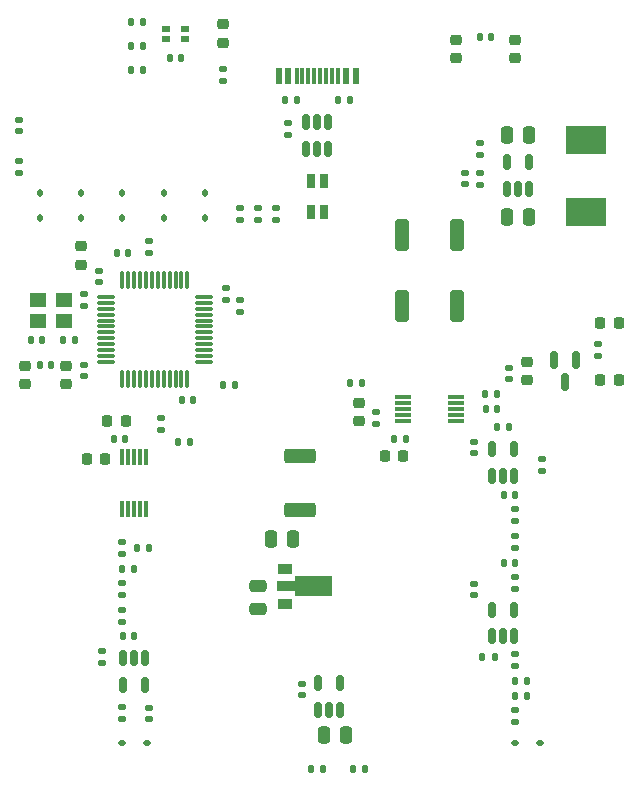
<source format=gtp>
%TF.GenerationSoftware,KiCad,Pcbnew,7.0.8*%
%TF.CreationDate,2024-04-22T21:24:51+09:00*%
%TF.ProjectId,MixedSignalKicad,4d697865-6453-4696-976e-616c4b696361,1.0*%
%TF.SameCoordinates,Original*%
%TF.FileFunction,Paste,Top*%
%TF.FilePolarity,Positive*%
%FSLAX46Y46*%
G04 Gerber Fmt 4.6, Leading zero omitted, Abs format (unit mm)*
G04 Created by KiCad (PCBNEW 7.0.8) date 2024-04-22 21:24:51*
%MOMM*%
%LPD*%
G01*
G04 APERTURE LIST*
G04 Aperture macros list*
%AMRoundRect*
0 Rectangle with rounded corners*
0 $1 Rounding radius*
0 $2 $3 $4 $5 $6 $7 $8 $9 X,Y pos of 4 corners*
0 Add a 4 corners polygon primitive as box body*
4,1,4,$2,$3,$4,$5,$6,$7,$8,$9,$2,$3,0*
0 Add four circle primitives for the rounded corners*
1,1,$1+$1,$2,$3*
1,1,$1+$1,$4,$5*
1,1,$1+$1,$6,$7*
1,1,$1+$1,$8,$9*
0 Add four rect primitives between the rounded corners*
20,1,$1+$1,$2,$3,$4,$5,0*
20,1,$1+$1,$4,$5,$6,$7,0*
20,1,$1+$1,$6,$7,$8,$9,0*
20,1,$1+$1,$8,$9,$2,$3,0*%
%AMFreePoly0*
4,1,9,3.862500,-0.866500,0.737500,-0.866500,0.737500,-0.450000,-0.737500,-0.450000,-0.737500,0.450000,0.737500,0.450000,0.737500,0.866500,3.862500,0.866500,3.862500,-0.866500,3.862500,-0.866500,$1*%
G04 Aperture macros list end*
%ADD10RoundRect,0.225000X0.225000X0.250000X-0.225000X0.250000X-0.225000X-0.250000X0.225000X-0.250000X0*%
%ADD11RoundRect,0.218750X0.256250X-0.218750X0.256250X0.218750X-0.256250X0.218750X-0.256250X-0.218750X0*%
%ADD12RoundRect,0.112500X-0.187500X-0.112500X0.187500X-0.112500X0.187500X0.112500X-0.187500X0.112500X0*%
%ADD13RoundRect,0.135000X0.185000X-0.135000X0.185000X0.135000X-0.185000X0.135000X-0.185000X-0.135000X0*%
%ADD14RoundRect,0.250000X-0.362500X-1.075000X0.362500X-1.075000X0.362500X1.075000X-0.362500X1.075000X0*%
%ADD15RoundRect,0.250000X1.075000X-0.362500X1.075000X0.362500X-1.075000X0.362500X-1.075000X-0.362500X0*%
%ADD16RoundRect,0.140000X-0.170000X0.140000X-0.170000X-0.140000X0.170000X-0.140000X0.170000X0.140000X0*%
%ADD17RoundRect,0.150000X-0.150000X0.512500X-0.150000X-0.512500X0.150000X-0.512500X0.150000X0.512500X0*%
%ADD18R,3.500000X2.350000*%
%ADD19RoundRect,0.135000X0.135000X0.185000X-0.135000X0.185000X-0.135000X-0.185000X0.135000X-0.185000X0*%
%ADD20RoundRect,0.140000X0.140000X0.170000X-0.140000X0.170000X-0.140000X-0.170000X0.140000X-0.170000X0*%
%ADD21RoundRect,0.225000X-0.225000X-0.250000X0.225000X-0.250000X0.225000X0.250000X-0.225000X0.250000X0*%
%ADD22RoundRect,0.250000X0.250000X0.475000X-0.250000X0.475000X-0.250000X-0.475000X0.250000X-0.475000X0*%
%ADD23RoundRect,0.135000X-0.185000X0.135000X-0.185000X-0.135000X0.185000X-0.135000X0.185000X0.135000X0*%
%ADD24RoundRect,0.140000X0.170000X-0.140000X0.170000X0.140000X-0.170000X0.140000X-0.170000X-0.140000X0*%
%ADD25RoundRect,0.147500X0.147500X0.172500X-0.147500X0.172500X-0.147500X-0.172500X0.147500X-0.172500X0*%
%ADD26R,1.400000X1.200000*%
%ADD27RoundRect,0.112500X-0.112500X0.187500X-0.112500X-0.187500X0.112500X-0.187500X0.112500X0.187500X0*%
%ADD28RoundRect,0.150000X0.150000X-0.512500X0.150000X0.512500X-0.150000X0.512500X-0.150000X-0.512500X0*%
%ADD29RoundRect,0.135000X-0.135000X-0.185000X0.135000X-0.185000X0.135000X0.185000X-0.135000X0.185000X0*%
%ADD30R,0.600000X1.450000*%
%ADD31R,0.300000X1.450000*%
%ADD32RoundRect,0.150000X-0.150000X0.587500X-0.150000X-0.587500X0.150000X-0.587500X0.150000X0.587500X0*%
%ADD33RoundRect,0.225000X-0.250000X0.225000X-0.250000X-0.225000X0.250000X-0.225000X0.250000X0.225000X0*%
%ADD34R,1.300000X0.900000*%
%ADD35FreePoly0,0.000000*%
%ADD36R,0.300000X1.375000*%
%ADD37RoundRect,0.140000X-0.140000X-0.170000X0.140000X-0.170000X0.140000X0.170000X-0.140000X0.170000X0*%
%ADD38RoundRect,0.075000X-0.662500X-0.075000X0.662500X-0.075000X0.662500X0.075000X-0.662500X0.075000X0*%
%ADD39RoundRect,0.075000X-0.075000X-0.662500X0.075000X-0.662500X0.075000X0.662500X-0.075000X0.662500X0*%
%ADD40RoundRect,0.250000X0.475000X-0.250000X0.475000X0.250000X-0.475000X0.250000X-0.475000X-0.250000X0*%
%ADD41R,0.800000X0.550000*%
%ADD42RoundRect,0.225000X0.250000X-0.225000X0.250000X0.225000X-0.250000X0.225000X-0.250000X-0.225000X0*%
%ADD43RoundRect,0.147500X-0.147500X-0.172500X0.147500X-0.172500X0.147500X0.172500X-0.147500X0.172500X0*%
%ADD44R,1.375000X0.300000*%
%ADD45R,0.700000X1.200000*%
G04 APERTURE END LIST*
D10*
%TO.C,C402*%
X129525000Y-89000000D03*
X127975000Y-89000000D03*
%TD*%
D11*
%TO.C,D100*%
X139500000Y-53750000D03*
X139500000Y-52175000D03*
%TD*%
D12*
%TO.C,D400*%
X130950000Y-113000000D03*
X133050000Y-113000000D03*
%TD*%
D13*
%TO.C,R402*%
X131000000Y-97010000D03*
X131000000Y-95990000D03*
%TD*%
D14*
%TO.C,R105*%
X154687500Y-70000000D03*
X159312500Y-70000000D03*
%TD*%
D15*
%TO.C,R102*%
X146000000Y-93312500D03*
X146000000Y-88687500D03*
%TD*%
D16*
%TO.C,C314*%
X152500000Y-85020000D03*
X152500000Y-85980000D03*
%TD*%
D17*
%TO.C,U201*%
X148450000Y-60410000D03*
X147500000Y-60410000D03*
X146550000Y-60410000D03*
X146550000Y-62685000D03*
X147500000Y-62685000D03*
X148450000Y-62685000D03*
%TD*%
D18*
%TO.C,L101*%
X170250000Y-61975000D03*
X170250000Y-68025000D03*
%TD*%
D19*
%TO.C,R206*%
X145760000Y-58547500D03*
X144740000Y-58547500D03*
%TD*%
D10*
%TO.C,C312*%
X154775000Y-88750000D03*
X153225000Y-88750000D03*
%TD*%
D20*
%TO.C,C307*%
X162750000Y-84750000D03*
X161790000Y-84750000D03*
%TD*%
D16*
%TO.C,C405*%
X129250000Y-105270000D03*
X129250000Y-106230000D03*
%TD*%
D21*
%TO.C,C309*%
X171475000Y-82250000D03*
X173025000Y-82250000D03*
%TD*%
D20*
%TO.C,C401*%
X131230000Y-87250000D03*
X130270000Y-87250000D03*
%TD*%
%TO.C,C313*%
X154980000Y-87250000D03*
X154020000Y-87250000D03*
%TD*%
D22*
%TO.C,C107*%
X149950000Y-112362500D03*
X148050000Y-112362500D03*
%TD*%
D20*
%TO.C,C202*%
X136980000Y-84000000D03*
X136020000Y-84000000D03*
%TD*%
D23*
%TO.C,R305*%
X164250000Y-93240000D03*
X164250000Y-94260000D03*
%TD*%
D24*
%TO.C,C302*%
X160750000Y-100480000D03*
X160750000Y-99520000D03*
%TD*%
D25*
%TO.C,L200*%
X124985000Y-81000000D03*
X124015000Y-81000000D03*
%TD*%
D26*
%TO.C,Y200*%
X126100000Y-75550000D03*
X123900000Y-75550000D03*
X123900000Y-77250000D03*
X126100000Y-77250000D03*
%TD*%
D19*
%TO.C,R301*%
X165260000Y-109000000D03*
X164240000Y-109000000D03*
%TD*%
D27*
%TO.C,D203*%
X131000000Y-66450000D03*
X131000000Y-68550000D03*
%TD*%
D19*
%TO.C,R302*%
X162510000Y-105750000D03*
X161490000Y-105750000D03*
%TD*%
D20*
%TO.C,C303*%
X164250000Y-97750000D03*
X163290000Y-97750000D03*
%TD*%
D24*
%TO.C,C212*%
X122250000Y-61230000D03*
X122250000Y-60270000D03*
%TD*%
D28*
%TO.C,U101*%
X163550000Y-66137500D03*
X164500000Y-66137500D03*
X165450000Y-66137500D03*
X165450000Y-63862500D03*
X163550000Y-63862500D03*
%TD*%
D13*
%TO.C,R404*%
X131000000Y-102770000D03*
X131000000Y-101750000D03*
%TD*%
D29*
%TO.C,R207*%
X131740000Y-56000000D03*
X132760000Y-56000000D03*
%TD*%
%TO.C,R208*%
X131740000Y-54000000D03*
X132760000Y-54000000D03*
%TD*%
%TO.C,R401*%
X132240000Y-96500000D03*
X133260000Y-96500000D03*
%TD*%
D30*
%TO.C,J200*%
X150750000Y-56545000D03*
X149950000Y-56545000D03*
D31*
X148750000Y-56545000D03*
X147750000Y-56545000D03*
X147250000Y-56545000D03*
X146250000Y-56545000D03*
D30*
X145050000Y-56545000D03*
X144250000Y-56545000D03*
X144250000Y-56545000D03*
X145050000Y-56545000D03*
D31*
X145750000Y-56545000D03*
X146750000Y-56545000D03*
X148250000Y-56545000D03*
X149250000Y-56545000D03*
D30*
X149950000Y-56545000D03*
X150750000Y-56545000D03*
%TD*%
D19*
%TO.C,R201*%
X127010000Y-78900000D03*
X125990000Y-78900000D03*
%TD*%
D13*
%TO.C,R210*%
X144000000Y-68760000D03*
X144000000Y-67740000D03*
%TD*%
D23*
%TO.C,R400*%
X134250000Y-85490000D03*
X134250000Y-86510000D03*
%TD*%
D29*
%TO.C,R309*%
X150240000Y-82500000D03*
X151260000Y-82500000D03*
%TD*%
D22*
%TO.C,C104*%
X165450000Y-61500000D03*
X163550000Y-61500000D03*
%TD*%
D32*
%TO.C,U302*%
X169450000Y-80562500D03*
X167550000Y-80562500D03*
X168500000Y-82437500D03*
%TD*%
D23*
%TO.C,R300*%
X164250000Y-110240000D03*
X164250000Y-111260000D03*
%TD*%
D33*
%TO.C,C310*%
X165250000Y-80725000D03*
X165250000Y-82275000D03*
%TD*%
D29*
%TO.C,R306*%
X162730000Y-86250000D03*
X163750000Y-86250000D03*
%TD*%
D20*
%TO.C,C211*%
X135980000Y-55000000D03*
X135020000Y-55000000D03*
%TD*%
%TO.C,C209*%
X124230000Y-78900000D03*
X123270000Y-78900000D03*
%TD*%
D34*
%TO.C,U100*%
X144800000Y-98250000D03*
D35*
X144887500Y-99750000D03*
D34*
X144800000Y-101250000D03*
%TD*%
D16*
%TO.C,C205*%
X127750000Y-81020000D03*
X127750000Y-81980000D03*
%TD*%
D29*
%TO.C,R209*%
X131740000Y-52000000D03*
X132760000Y-52000000D03*
%TD*%
D16*
%TO.C,C311*%
X163750000Y-81270000D03*
X163750000Y-82230000D03*
%TD*%
D36*
%TO.C,U400*%
X131000000Y-93237500D03*
X131500000Y-93237500D03*
X132000000Y-93237500D03*
X132500000Y-93237500D03*
X133000000Y-93237500D03*
X133000000Y-88762500D03*
X132500000Y-88762500D03*
X132000000Y-88762500D03*
X131500000Y-88762500D03*
X131000000Y-88762500D03*
%TD*%
D28*
%TO.C,U102*%
X147550000Y-110250000D03*
X148500000Y-110250000D03*
X149450000Y-110250000D03*
X149450000Y-107975000D03*
X147550000Y-107975000D03*
%TD*%
D16*
%TO.C,C406*%
X133250000Y-110020000D03*
X133250000Y-110980000D03*
%TD*%
D27*
%TO.C,D201*%
X138000000Y-66450000D03*
X138000000Y-68550000D03*
%TD*%
D37*
%TO.C,C404*%
X131040000Y-104000000D03*
X132000000Y-104000000D03*
%TD*%
D12*
%TO.C,D300*%
X164250000Y-113000000D03*
X166350000Y-113000000D03*
%TD*%
D23*
%TO.C,R103*%
X161250000Y-64740000D03*
X161250000Y-65760000D03*
%TD*%
D38*
%TO.C,U200*%
X129587500Y-75250000D03*
X129587500Y-75750000D03*
X129587500Y-76250000D03*
X129587500Y-76750000D03*
X129587500Y-77250000D03*
X129587500Y-77750000D03*
X129587500Y-78250000D03*
X129587500Y-78750000D03*
X129587500Y-79250000D03*
X129587500Y-79750000D03*
X129587500Y-80250000D03*
X129587500Y-80750000D03*
D39*
X131000000Y-82162500D03*
X131500000Y-82162500D03*
X132000000Y-82162500D03*
X132500000Y-82162500D03*
X133000000Y-82162500D03*
X133500000Y-82162500D03*
X134000000Y-82162500D03*
X134500000Y-82162500D03*
X135000000Y-82162500D03*
X135500000Y-82162500D03*
X136000000Y-82162500D03*
X136500000Y-82162500D03*
D38*
X137912500Y-80750000D03*
X137912500Y-80250000D03*
X137912500Y-79750000D03*
X137912500Y-79250000D03*
X137912500Y-78750000D03*
X137912500Y-78250000D03*
X137912500Y-77750000D03*
X137912500Y-77250000D03*
X137912500Y-76750000D03*
X137912500Y-76250000D03*
X137912500Y-75750000D03*
X137912500Y-75250000D03*
D39*
X136500000Y-73837500D03*
X136000000Y-73837500D03*
X135500000Y-73837500D03*
X135000000Y-73837500D03*
X134500000Y-73837500D03*
X134000000Y-73837500D03*
X133500000Y-73837500D03*
X133000000Y-73837500D03*
X132500000Y-73837500D03*
X132000000Y-73837500D03*
X131500000Y-73837500D03*
X131000000Y-73837500D03*
%TD*%
D17*
%TO.C,U401*%
X132950000Y-105862500D03*
X132000000Y-105862500D03*
X131050000Y-105862500D03*
X131050000Y-108137500D03*
X132950000Y-108137500D03*
%TD*%
D28*
%TO.C,U301*%
X162300000Y-90387500D03*
X163250000Y-90387500D03*
X164200000Y-90387500D03*
X164200000Y-88112500D03*
X162300000Y-88112500D03*
%TD*%
D23*
%TO.C,R303*%
X164250000Y-98990000D03*
X164250000Y-100010000D03*
%TD*%
D19*
%TO.C,R108*%
X151510000Y-115250000D03*
X150490000Y-115250000D03*
%TD*%
D16*
%TO.C,C301*%
X164250000Y-105520000D03*
X164250000Y-106480000D03*
%TD*%
D27*
%TO.C,D204*%
X127500000Y-66450000D03*
X127500000Y-68550000D03*
%TD*%
D24*
%TO.C,C106*%
X160000000Y-65730000D03*
X160000000Y-64770000D03*
%TD*%
D13*
%TO.C,R211*%
X142500000Y-68770000D03*
X142500000Y-67750000D03*
%TD*%
D20*
%TO.C,C304*%
X164250000Y-92000000D03*
X163290000Y-92000000D03*
%TD*%
D33*
%TO.C,C315*%
X151000000Y-84245000D03*
X151000000Y-85795000D03*
%TD*%
D16*
%TO.C,C306*%
X160750000Y-87540000D03*
X160750000Y-88500000D03*
%TD*%
D33*
%TO.C,C207*%
X122750000Y-81100000D03*
X122750000Y-82650000D03*
%TD*%
D13*
%TO.C,R403*%
X131000000Y-100510000D03*
X131000000Y-99490000D03*
%TD*%
D23*
%TO.C,R304*%
X164250000Y-95490000D03*
X164250000Y-96510000D03*
%TD*%
D19*
%TO.C,R107*%
X148010000Y-115250000D03*
X146990000Y-115250000D03*
%TD*%
D37*
%TO.C,C204*%
X130520000Y-71500000D03*
X131480000Y-71500000D03*
%TD*%
D13*
%TO.C,R308*%
X171250000Y-80260000D03*
X171250000Y-79240000D03*
%TD*%
D14*
%TO.C,R101*%
X154687500Y-76000000D03*
X159312500Y-76000000D03*
%TD*%
D13*
%TO.C,R405*%
X131000000Y-111010000D03*
X131000000Y-109990000D03*
%TD*%
D27*
%TO.C,D205*%
X124000000Y-66450000D03*
X124000000Y-68550000D03*
%TD*%
%TO.C,D202*%
X134500000Y-66450000D03*
X134500000Y-68550000D03*
%TD*%
D28*
%TO.C,U300*%
X162300000Y-104000000D03*
X163250000Y-104000000D03*
X164200000Y-104000000D03*
X164200000Y-101725000D03*
X162300000Y-101725000D03*
%TD*%
D33*
%TO.C,C206*%
X126250000Y-81100000D03*
X126250000Y-82650000D03*
%TD*%
D16*
%TO.C,C203*%
X139750000Y-74520000D03*
X139750000Y-75480000D03*
%TD*%
D40*
%TO.C,C103*%
X142500000Y-101650000D03*
X142500000Y-99750000D03*
%TD*%
D29*
%TO.C,R205*%
X149240000Y-58547500D03*
X150260000Y-58547500D03*
%TD*%
D41*
%TO.C,D200*%
X134700000Y-53450000D03*
X134700000Y-52550000D03*
X136300000Y-52550000D03*
X136300000Y-53450000D03*
%TD*%
D37*
%TO.C,C300*%
X164270000Y-107750000D03*
X165230000Y-107750000D03*
%TD*%
D16*
%TO.C,C108*%
X146250000Y-108020000D03*
X146250000Y-108980000D03*
%TD*%
D19*
%TO.C,R203*%
X136760000Y-87500000D03*
X135740000Y-87500000D03*
%TD*%
D37*
%TO.C,C403*%
X131000000Y-98250000D03*
X131960000Y-98250000D03*
%TD*%
D21*
%TO.C,C308*%
X171475000Y-77500000D03*
X173025000Y-77500000D03*
%TD*%
D24*
%TO.C,C210*%
X145000000Y-61527500D03*
X145000000Y-60567500D03*
%TD*%
D23*
%TO.C,R104*%
X161250000Y-62240000D03*
X161250000Y-63260000D03*
%TD*%
%TO.C,R204*%
X141000000Y-75490000D03*
X141000000Y-76510000D03*
%TD*%
D33*
%TO.C,C100*%
X159265000Y-53500000D03*
X159265000Y-55050000D03*
%TD*%
D42*
%TO.C,C200*%
X127500000Y-72525000D03*
X127500000Y-70975000D03*
%TD*%
D19*
%TO.C,R307*%
X162760000Y-83500000D03*
X161740000Y-83500000D03*
%TD*%
D13*
%TO.C,R106*%
X139500000Y-57010000D03*
X139500000Y-55990000D03*
%TD*%
D29*
%TO.C,R202*%
X139490000Y-82750000D03*
X140510000Y-82750000D03*
%TD*%
D22*
%TO.C,C105*%
X165450000Y-68500000D03*
X163550000Y-68500000D03*
%TD*%
D43*
%TO.C,L100*%
X161265000Y-53250000D03*
X162235000Y-53250000D03*
%TD*%
D13*
%TO.C,R212*%
X141000000Y-68760000D03*
X141000000Y-67740000D03*
%TD*%
D44*
%TO.C,U303*%
X159237500Y-85750000D03*
X159237500Y-85250000D03*
X159237500Y-84750000D03*
X159237500Y-84250000D03*
X159237500Y-83750000D03*
X154762500Y-83750000D03*
X154762500Y-84250000D03*
X154762500Y-84750000D03*
X154762500Y-85250000D03*
X154762500Y-85750000D03*
%TD*%
D10*
%TO.C,C400*%
X131275000Y-85750000D03*
X129725000Y-85750000D03*
%TD*%
D13*
%TO.C,R200*%
X133250000Y-71500000D03*
X133250000Y-70480000D03*
%TD*%
D23*
%TO.C,R213*%
X122250000Y-63740000D03*
X122250000Y-64760000D03*
%TD*%
D24*
%TO.C,C208*%
X127750000Y-75980000D03*
X127750000Y-75020000D03*
%TD*%
%TO.C,C305*%
X166500000Y-89960000D03*
X166500000Y-89000000D03*
%TD*%
D22*
%TO.C,C102*%
X145450000Y-95750000D03*
X143550000Y-95750000D03*
%TD*%
D33*
%TO.C,C101*%
X164265000Y-53475000D03*
X164265000Y-55025000D03*
%TD*%
D45*
%TO.C,L201*%
X148050000Y-65425000D03*
X146950000Y-65425000D03*
X146950000Y-68075000D03*
X148050000Y-68075000D03*
%TD*%
D24*
%TO.C,C201*%
X129000000Y-73980000D03*
X129000000Y-73020000D03*
%TD*%
M02*

</source>
